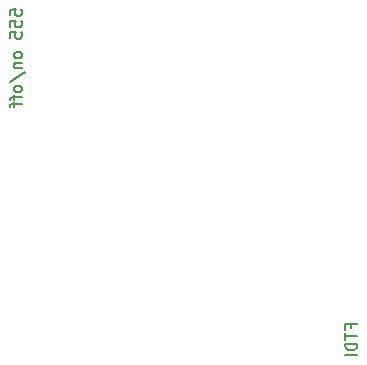
<source format=gbr>
%TF.GenerationSoftware,KiCad,Pcbnew,(5.1.6-0-10_14)*%
%TF.CreationDate,2020-10-13T22:09:44-04:00*%
%TF.ProjectId,weather_external,77656174-6865-4725-9f65-787465726e61,rev?*%
%TF.SameCoordinates,Original*%
%TF.FileFunction,Legend,Bot*%
%TF.FilePolarity,Positive*%
%FSLAX46Y46*%
G04 Gerber Fmt 4.6, Leading zero omitted, Abs format (unit mm)*
G04 Created by KiCad (PCBNEW (5.1.6-0-10_14)) date 2020-10-13 22:09:44*
%MOMM*%
%LPD*%
G01*
G04 APERTURE LIST*
%ADD10C,0.150000*%
G04 APERTURE END LIST*
D10*
X3877380Y-56677380D02*
X3877380Y-56201190D01*
X4353571Y-56153571D01*
X4305952Y-56201190D01*
X4258333Y-56296428D01*
X4258333Y-56534523D01*
X4305952Y-56629761D01*
X4353571Y-56677380D01*
X4448809Y-56725000D01*
X4686904Y-56725000D01*
X4782142Y-56677380D01*
X4829761Y-56629761D01*
X4877380Y-56534523D01*
X4877380Y-56296428D01*
X4829761Y-56201190D01*
X4782142Y-56153571D01*
X3877380Y-57629761D02*
X3877380Y-57153571D01*
X4353571Y-57105952D01*
X4305952Y-57153571D01*
X4258333Y-57248809D01*
X4258333Y-57486904D01*
X4305952Y-57582142D01*
X4353571Y-57629761D01*
X4448809Y-57677380D01*
X4686904Y-57677380D01*
X4782142Y-57629761D01*
X4829761Y-57582142D01*
X4877380Y-57486904D01*
X4877380Y-57248809D01*
X4829761Y-57153571D01*
X4782142Y-57105952D01*
X3877380Y-58582142D02*
X3877380Y-58105952D01*
X4353571Y-58058333D01*
X4305952Y-58105952D01*
X4258333Y-58201190D01*
X4258333Y-58439285D01*
X4305952Y-58534523D01*
X4353571Y-58582142D01*
X4448809Y-58629761D01*
X4686904Y-58629761D01*
X4782142Y-58582142D01*
X4829761Y-58534523D01*
X4877380Y-58439285D01*
X4877380Y-58201190D01*
X4829761Y-58105952D01*
X4782142Y-58058333D01*
X4877380Y-59963095D02*
X4829761Y-59867857D01*
X4782142Y-59820238D01*
X4686904Y-59772619D01*
X4401190Y-59772619D01*
X4305952Y-59820238D01*
X4258333Y-59867857D01*
X4210714Y-59963095D01*
X4210714Y-60105952D01*
X4258333Y-60201190D01*
X4305952Y-60248809D01*
X4401190Y-60296428D01*
X4686904Y-60296428D01*
X4782142Y-60248809D01*
X4829761Y-60201190D01*
X4877380Y-60105952D01*
X4877380Y-59963095D01*
X4210714Y-60725000D02*
X4877380Y-60725000D01*
X4305952Y-60725000D02*
X4258333Y-60772619D01*
X4210714Y-60867857D01*
X4210714Y-61010714D01*
X4258333Y-61105952D01*
X4353571Y-61153571D01*
X4877380Y-61153571D01*
X3829761Y-62344047D02*
X5115476Y-61486904D01*
X4877380Y-62820238D02*
X4829761Y-62725000D01*
X4782142Y-62677380D01*
X4686904Y-62629761D01*
X4401190Y-62629761D01*
X4305952Y-62677380D01*
X4258333Y-62725000D01*
X4210714Y-62820238D01*
X4210714Y-62963095D01*
X4258333Y-63058333D01*
X4305952Y-63105952D01*
X4401190Y-63153571D01*
X4686904Y-63153571D01*
X4782142Y-63105952D01*
X4829761Y-63058333D01*
X4877380Y-62963095D01*
X4877380Y-62820238D01*
X4210714Y-63439285D02*
X4210714Y-63820238D01*
X4877380Y-63582142D02*
X4020238Y-63582142D01*
X3925000Y-63629761D01*
X3877380Y-63725000D01*
X3877380Y-63820238D01*
X4210714Y-64010714D02*
X4210714Y-64391666D01*
X4877380Y-64153571D02*
X4020238Y-64153571D01*
X3925000Y-64201190D01*
X3877380Y-64296428D01*
X3877380Y-64391666D01*
X32728571Y-83173809D02*
X32728571Y-82840476D01*
X33252380Y-82840476D02*
X32252380Y-82840476D01*
X32252380Y-83316666D01*
X32252380Y-83554761D02*
X32252380Y-84126190D01*
X33252380Y-83840476D02*
X32252380Y-83840476D01*
X33252380Y-84459523D02*
X32252380Y-84459523D01*
X32252380Y-84697619D01*
X32300000Y-84840476D01*
X32395238Y-84935714D01*
X32490476Y-84983333D01*
X32680952Y-85030952D01*
X32823809Y-85030952D01*
X33014285Y-84983333D01*
X33109523Y-84935714D01*
X33204761Y-84840476D01*
X33252380Y-84697619D01*
X33252380Y-84459523D01*
X33252380Y-85459523D02*
X32252380Y-85459523D01*
M02*

</source>
